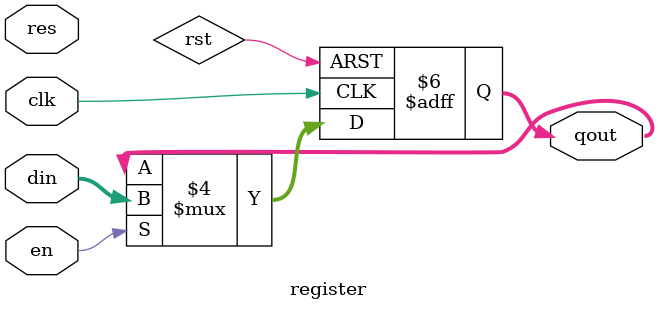
<source format=v>
/*--  *******************************************************
--  Computer Architecture Course, Laboratory Sources 
--  Amirkabir University of Technology (Tehran Polytechnic)
--  Department of Computer Engineering (CE-AUT)
--  https://ce[dot]aut[dot]ac[dot]ir
--  *******************************************************
--  All Rights reserved (C) 2020-2021
--  *******************************************************
--  Student ID  :     9829039   - 9831007 - 9831059
--  Student Name:     Pouya     - Mehran  - Abolfazl
--  Student Lastname: Mohammadi - Aksari  - Moradi Feijani
--  *******************************************************
--  Additional Comments:
--  
--*/

/*-----------------------------------------------------------
---  Module Name: Register 7 bit -> used in heading system
-----------------------------------------------------------*/
`timescale 1 ns/1 ns

// register
module register (
	input        res ,
	input        clk ,
	input        en ,
	input  [6:0] din ,
	output [6:0] qout
);

	// 7-bit register
	reg [6:0] qout;

	// Setting default values
	initial begin
		qout = 0;
	end

	// sequentioal_circuit of 7-bit register
	always @ (posedge clk or posedge rst) begin
		// Reset bits when rst = 1
		if (rst) qout = 4'b0000;
		// Writes data when en = 1 and rst = 0
		else if (en) qout = din;	 		
	end

endmodule

</source>
